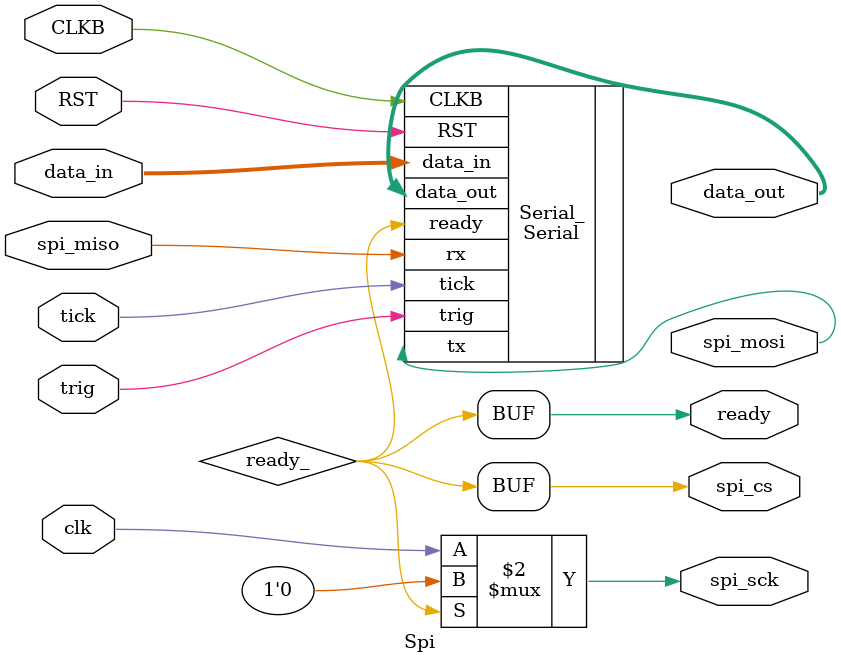
<source format=v>
`timescale 1ns / 1ps

	module Spi #(
		parameter WIDTH=32
	) (
		input RST,
		input CLKB,
		// spi lines
		output spi_sck,
		output spi_cs,
		input spi_miso,
		output spi_mosi,
		// spi module interface
		input [WIDTH-1:0] data_in,
		output [WIDTH-1:0] data_out,
		input trig,
		output ready,
		input clk,
		input tick
	);

	

	wire ready_;
	assign ready = ready_;
	Serial #(
		.WIDTH(WIDTH)	
	) Serial_ (
		.CLKB(CLKB),
		.RST(RST),
		// serial module interface
		.rx(spi_miso),
		.tx(spi_mosi),
		.data_in(data_in),
		.data_out(data_out),
		.trig(trig),
		.ready(ready_),
		.tick(tick)
	);	
	
			
	assign spi_cs = ready_;
	assign spi_sck = (~ready_) ? clk : 1'b0;
//	assign spi_mosi = (en) ? tx : 1'b1;

endmodule

</source>
